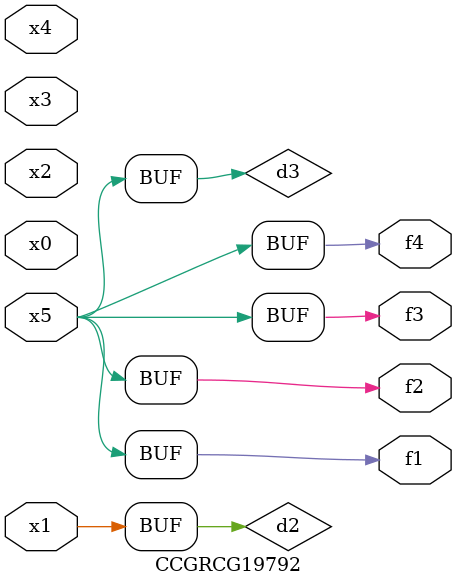
<source format=v>
module CCGRCG19792(
	input x0, x1, x2, x3, x4, x5,
	output f1, f2, f3, f4
);

	wire d1, d2, d3;

	not (d1, x5);
	or (d2, x1);
	xnor (d3, d1);
	assign f1 = d3;
	assign f2 = d3;
	assign f3 = d3;
	assign f4 = d3;
endmodule

</source>
